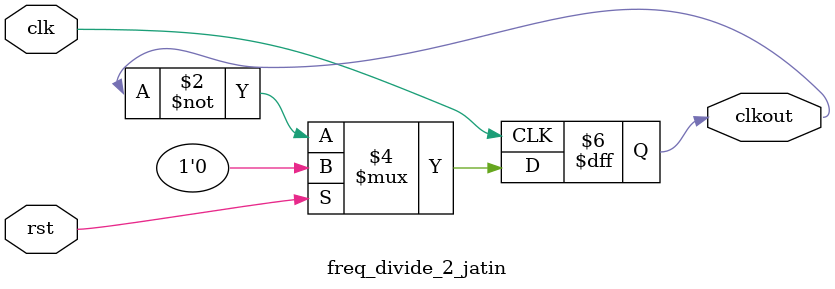
<source format=v>
`timescale 1ns / 1ps


module freq_divide_2_jatin(
    output  reg clkout,
    input clk,
    input rst
    );
    always@(posedge clk )
    if(rst)
    clkout<=0;
    else
    clkout<=~clkout;
    
endmodule

</source>
